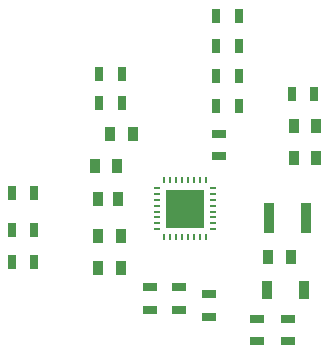
<source format=gbp>
G04*
G04 #@! TF.GenerationSoftware,Altium Limited,Altium Designer,20.0.13 (296)*
G04*
G04 Layer_Color=128*
%FSLAX44Y44*%
%MOMM*%
G71*
G01*
G75*
%ADD15R,0.9000X2.5000*%
%ADD36R,0.9000X1.3000*%
%ADD37R,0.9000X1.6000*%
%ADD38R,1.3000X0.7000*%
%ADD39R,0.7000X1.3000*%
%ADD40R,0.6000X0.2300*%
%ADD41R,0.2300X0.6000*%
%ADD42R,3.3000X3.3000*%
D15*
X321500Y242000D02*
D03*
X352500D02*
D03*
D36*
X193500Y258000D02*
D03*
X176000D02*
D03*
X320500Y209000D02*
D03*
X339500D02*
D03*
X342000Y293000D02*
D03*
X361000D02*
D03*
Y320000D02*
D03*
X342000D02*
D03*
X186903Y313000D02*
D03*
X205903D02*
D03*
X195500Y200000D02*
D03*
X176500D02*
D03*
X176500Y227000D02*
D03*
X195500D02*
D03*
X192664Y286016D02*
D03*
X173664D02*
D03*
D37*
X319500Y181000D02*
D03*
X350500D02*
D03*
D38*
X311000Y156500D02*
D03*
Y137500D02*
D03*
X337000Y137500D02*
D03*
Y156500D02*
D03*
X220000Y183500D02*
D03*
Y164500D02*
D03*
X270000Y158500D02*
D03*
Y177500D02*
D03*
X279000Y313500D02*
D03*
Y294500D02*
D03*
X245000Y164500D02*
D03*
Y183500D02*
D03*
D39*
X103500Y205000D02*
D03*
X122500D02*
D03*
X122500Y232000D02*
D03*
X103500D02*
D03*
X103500Y263000D02*
D03*
X122500D02*
D03*
X359500Y347000D02*
D03*
X340500D02*
D03*
X177500Y364000D02*
D03*
X196500D02*
D03*
X177500Y339000D02*
D03*
X196500D02*
D03*
X295500Y362000D02*
D03*
X276500D02*
D03*
X295500Y388000D02*
D03*
X276500D02*
D03*
X276500Y413000D02*
D03*
X295500D02*
D03*
X295500Y337000D02*
D03*
X276500D02*
D03*
D40*
X274000Y267500D02*
D03*
Y262500D02*
D03*
Y257500D02*
D03*
Y252500D02*
D03*
Y247500D02*
D03*
Y242500D02*
D03*
Y237500D02*
D03*
Y232500D02*
D03*
X226000D02*
D03*
Y237500D02*
D03*
Y242500D02*
D03*
Y247500D02*
D03*
Y252500D02*
D03*
Y257500D02*
D03*
Y262500D02*
D03*
Y267500D02*
D03*
D41*
X267500Y226000D02*
D03*
X262500D02*
D03*
X257500D02*
D03*
X252500D02*
D03*
X247500D02*
D03*
X242500D02*
D03*
X237500D02*
D03*
X232500D02*
D03*
Y274000D02*
D03*
X237500D02*
D03*
X242500D02*
D03*
X247500D02*
D03*
X252500D02*
D03*
X257500D02*
D03*
X262500D02*
D03*
X267500D02*
D03*
D42*
X250000Y250000D02*
D03*
M02*

</source>
